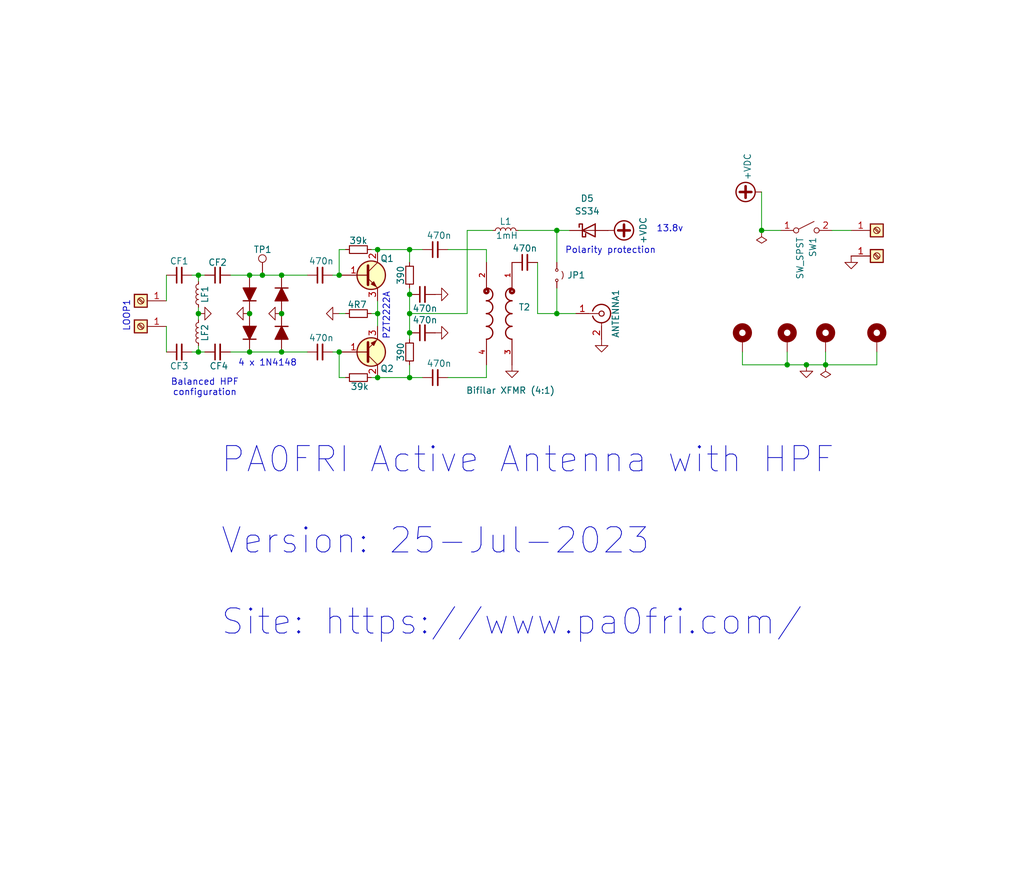
<source format=kicad_sch>
(kicad_sch (version 20241209) (generator "eeschema") (generator_version "9.0")
  (paper "User" 203.2 177.8)
  (title_block (title "PA0FRI Active Antenna with HPF (BCI mitigation)") (date "2024-12-23") (rev "Revision 1.10") (company "Author: Dhiru Kholia (VU3CER)"))
  (lib_symbols
    (symbol "Connector:Conn_Coaxial" (pin_names (offset 1.016) (hide yes))
      (property "Reference" "J" (at 0.254 3.048 0))
      (property "Value" "Conn_Coaxial" (at 2.921 0 90))
      (symbol "Conn_Coaxial_0_1"
        (polyline (pts (xy -2.54 0) (xy -0.508 0)))
        (arc (start 1.778 0) (mid 0.222 -1.8079) (end -1.778 -0.508) (stroke (width 0.254)))
        (arc (start -1.778 0.508) (mid 0.2221 1.8084) (end 1.778 0) (stroke (width 0.254)))
        (circle (center 0 0) (radius 0.508) (stroke (width 0.2032)))
        (polyline (pts (xy 0 -2.54) (xy 0 -1.778)))
      )
      (symbol "Conn_Coaxial_1_1"
        (pin passive line (at -5.08 0 0) (length 2.54) (name "In") (number "1"))
        (pin passive line (at 0 -5.08 90) (length 2.54) (name "Ext") (number "2"))
      )
    )
    (symbol "Connector:Screw_Terminal_01x01" (pin_names (offset 1.016) (hide yes))
      (property "Reference" "J" (at 0 2.54 0))
      (property "Value" "Screw_Terminal_01x01" (at 0 -2.54 0))
      (symbol "Screw_Terminal_01x01_1_1"
        (rectangle (start -1.27 1.27) (end 1.27 -1.27) (stroke (width 0.254)) (fill (type background)))
        (polyline (pts (xy -0.5334 0.3302) (xy 0.3302 -0.508)) (stroke (width 0.1524)))
        (polyline (pts (xy -0.3556 0.508) (xy 0.508 -0.3302)) (stroke (width 0.1524)))
        (circle (center 0 0) (radius 0.635) (stroke (width 0.1524)))
        (pin passive line (at -5.08 0 0) (length 3.81) (name "Pin_1") (number "1"))
      )
    )
    (symbol "Connector:TestPoint" (pin_numbers (hide yes)) (pin_names (offset 0.762) (hide yes))
      (property "Reference" "TP" (at 0 6.858 0))
      (property "Value" "TestPoint" (at 0 5.08 0))
      (symbol "TestPoint_0_1"
        (circle (center 0 3.302) (radius 0.762))
      )
      (symbol "TestPoint_1_1"
        (pin passive line (at 0 0 90) (length 2.54) (name "1") (number "1"))
      )
    )
    (symbol "Device:C_Small" (pin_numbers (hide yes)) (pin_names (offset 0.254) (hide yes))
      (property "Reference" "C" (at 0.254 1.778 0))
      (property "Value" "C_Small" (at 0.254 -2.032 0))
      (symbol "C_Small_0_1"
        (polyline (pts (xy -1.524 0.508) (xy 1.524 0.508)) (stroke (width 0.3048)))
        (polyline (pts (xy -1.524 -0.508) (xy 1.524 -0.508)) (stroke (width 0.3302)))
      )
      (symbol "C_Small_1_1"
        (pin passive line (at 0 2.54 270) (length 2.032) (name "~") (number "1"))
        (pin passive line (at 0 -2.54 90) (length 2.032) (name "~") (number "2"))
      )
    )
    (symbol "Device:L_Small" (pin_numbers (hide yes)) (pin_names (offset 0.254) (hide yes))
      (property "Reference" "L" (at 0.762 1.016 0))
      (property "Value" "L_Small" (at 0.762 -1.016 0))
      (symbol "L_Small_0_1"
        (arc (start 0 2.032) (mid 0.5058 1.524) (end 0 1.016))
        (arc (start 0 1.016) (mid 0.5058 0.508) (end 0 0))
        (arc (start 0 0) (mid 0.5058 -0.508) (end 0 -1.016))
        (arc (start 0 -1.016) (mid 0.5058 -1.524) (end 0 -2.032))
      )
      (symbol "L_Small_1_1"
        (pin passive line (at 0 2.54 270) (length 0.508) (name "~") (number "1"))
        (pin passive line (at 0 -2.54 90) (length 0.508) (name "~") (number "2"))
      )
    )
    (symbol "Device:R_Small" (pin_numbers (hide yes)) (pin_names (offset 0.254) (hide yes))
      (property "Reference" "R" (at 0.762 0.508 0))
      (property "Value" "R_Small" (at 0.762 -1.016 0))
      (symbol "R_Small_0_1"
        (rectangle (start -0.762 1.778) (end 0.762 -1.778) (stroke (width 0.2032)))
      )
      (symbol "R_Small_1_1"
        (pin passive line (at 0 2.54 270) (length 0.762) (name "~") (number "1"))
        (pin passive line (at 0 -2.54 90) (length 0.762) (name "~") (number "2"))
      )
    )
    (symbol "Diode:SS34" (pin_numbers (hide yes)) (pin_names (offset 1.016) (hide yes))
      (property "Reference" "D" (at 0 2.54 0))
      (property "Value" "SS34" (at 0 -2.54 0))
      (symbol "SS34_0_1"
        (polyline (pts (xy -1.905 0.635) (xy -1.905 1.27) (xy -1.27 1.27) (xy -1.27 -1.27) (xy -0.635 -1.27) (xy -0.635 -0.635)) (stroke (width 0.254)))
        (polyline (pts (xy 1.27 1.27) (xy 1.27 -1.27) (xy -1.27 0) (xy 1.27 1.27)) (stroke (width 0.254)))
        (polyline (pts (xy 1.27 0) (xy -1.27 0)))
      )
      (symbol "SS34_1_1"
        (pin passive line (at -3.81 0 0) (length 2.54) (name "K") (number "1"))
        (pin passive line (at 3.81 0 180) (length 2.54) (name "A") (number "2"))
      )
    )
    (symbol "Jumper:Jumper_2_Small_Open" (pin_numbers (hide yes)) (pin_names (offset 0) (hide yes)) (exclude_from_sim yes)
      (property "Reference" "JP" (at 0 2.794 0))
      (property "Value" "Jumper_2_Small_Open" (at 0 -2.286 0))
      (symbol "Jumper_2_Small_Open_0_0"
        (circle (center -1.016 0) (radius 0.254))
        (circle (center 1.016 0) (radius 0.254))
      )
      (symbol "Jumper_2_Small_Open_0_1"
        (arc (start -0.762 1.0196) (mid 0 1.2729) (end 0.762 1.0196))
      )
      (symbol "Jumper_2_Small_Open_1_1"
        (pin passive line (at -2.54 0 0) (length 1.27) (name "A") (number "1"))
        (pin passive line (at 2.54 0 180) (length 1.27) (name "B") (number "2"))
      )
    )
    (symbol "Mechanical:MountingHole_Pad" (pin_numbers (hide yes)) (pin_names (offset 1.016) (hide yes))
      (property "Reference" "H" (at 0 6.35 0))
      (property "Value" "MountingHole_Pad" (at 0 4.445 0))
      (symbol "MountingHole_Pad_0_1"
        (circle (center 0 1.27) (radius 1.27) (stroke (width 1.27)))
      )
      (symbol "MountingHole_Pad_1_1"
        (pin input line (at 0 -2.54 90) (length 2.54) (name "1") (number "1"))
      )
    )
    (symbol "PCM_Diode_AKL:1N4148" (pin_numbers (hide yes)) (pin_names (offset 1.016) (hide yes))
      (property "Reference" "D" (at 0 5.08 0))
      (property "Value" "1N4148" (at 0 2.54 0))
      (symbol "1N4148_0_1"
        (polyline (pts (xy -1.27 1.27) (xy -1.27 -1.27) (xy 1.27 0) (xy -1.27 1.27)) (stroke (width 0.254)) (fill (type outline)))
        (polyline (pts (xy -1.27 0) (xy 1.27 0)))
        (polyline (pts (xy 1.27 1.27) (xy 1.27 -1.27)) (stroke (width 0.254)))
      )
      (symbol "1N4148_0_2"
        (polyline (pts (xy -2.54 -2.54) (xy 2.54 2.54)))
        (polyline (pts (xy -0.889 -0.889) (xy -1.778 0) (xy 0.889 0.889) (xy 0 -1.778) (xy -0.889 -0.889)) (stroke (width 0.254)) (fill (type outline)))
        (polyline (pts (xy 0 1.778) (xy 1.778 0)) (stroke (width 0.254)))
      )
      (symbol "1N4148_1_1"
        (pin passive line (at -3.81 0 0) (length 2.54) (name "A") (number "2"))
        (pin passive line (at 3.81 0 180) (length 2.54) (name "K") (number "1"))
      )
      (symbol "1N4148_1_2"
        (pin passive line (at -2.54 -2.54 0) (length 0) (name "A") (number "2"))
        (pin passive line (at 2.54 2.54 180) (length 0) (name "K") (number "1"))
      )
    )
    (symbol "PCM_Transistor_BJT_AKL:PZT2222A" (pin_names (hide yes))
      (property "Reference" "Q" (at 5.08 1.27 0))
      (property "Value" "PZT2222A" (at 5.08 -1.27 0))
      (symbol "PZT2222A_0_1"
        (polyline (pts (xy 0.635 1.905) (xy 0.635 -1.905) (xy 0.635 -1.905)) (stroke (width 0.508)))
        (polyline (pts (xy 0.635 0.635) (xy 2.54 2.54)))
        (polyline (pts (xy 0.635 -0.635) (xy 2.54 -2.54) (xy 2.54 -2.54)))
        (circle (center 1.27 0) (radius 2.8194) (stroke (width 0.254)) (fill (type background)))
        (polyline (pts (xy 1.27 -1.778) (xy 1.778 -1.27) (xy 2.286 -2.286) (xy 1.27 -1.778) (xy 1.27 -1.778)) (fill (type outline)))
      )
      (symbol "PZT2222A_1_1"
        (pin input line (at -5.08 0 0) (length 5.715) (name "B") (number "1"))
        (pin passive line (at 2.54 5.08 270) (length 2.54) (name "C") (number "2"))
        (pin passive line (at 2.54 -5.08 90) (length 2.54) (name "E") (number "3"))
      )
    )
    (symbol "Switch:SW_SPST" (pin_names (offset 0) (hide yes))
      (property "Reference" "SW" (at 0 3.175 0))
      (property "Value" "SW_SPST" (at 0 -2.54 0))
      (symbol "SW_SPST_0_0"
        (circle (center -2.032 0) (radius 0.508))
        (polyline (pts (xy -1.524 0.254) (xy 1.524 1.778)))
        (circle (center 2.032 0) (radius 0.508))
      )
      (symbol "SW_SPST_1_1"
        (pin passive line (at -5.08 0 0) (length 2.54) (name "A") (number "1"))
        (pin passive line (at 5.08 0 180) (length 2.54) (name "B") (number "2"))
      )
    )
    (symbol "power:+VDC" (power) (pin_numbers (hide yes)) (pin_names (offset 0) (hide yes))
      (property "Value" "+VDC" (at 0 6.35 0))
      (symbol "+VDC_0_1"
        (polyline (pts (xy -1.143 3.175) (xy 1.143 3.175)) (stroke (width 0.508)))
        (circle (center 0 3.175) (radius 1.905) (stroke (width 0.254)))
        (polyline (pts (xy 0 2.032) (xy 0 4.318)) (stroke (width 0.508)))
        (polyline (pts (xy 0 0) (xy 0 1.27)))
      )
      (symbol "+VDC_1_1"
        (pin power_in line (at 0 0 90) (length 0) (name "~") (number "1"))
      )
    )
    (symbol "power:GND" (power) (pin_numbers (hide yes)) (pin_names (offset 0) (hide yes))
      (property "Value" "GND" (at 0 -3.81 0))
      (symbol "GND_0_1"
        (polyline (pts (xy 0 0) (xy 0 -1.27) (xy 1.27 -1.27) (xy 0 -2.54) (xy -1.27 -1.27) (xy 0 -1.27)))
      )
      (symbol "GND_1_1"
        (pin power_in line (at 0 0 270) (length 0) (name "~") (number "1"))
      )
    )
    (symbol "power:PWR_FLAG" (power) (pin_numbers (hide yes)) (pin_names (offset 0) (hide yes))
      (property "Value" "PWR_FLAG" (at 0 3.81 0))
      (symbol "PWR_FLAG_0_0"
        (pin power_out line (at 0 0 90) (length 0) (name "~") (number "1"))
      )
      (symbol "PWR_FLAG_0_1"
        (polyline (pts (xy 0 0) (xy 0 1.27) (xy -1.016 1.905) (xy 0 2.54) (xy 1.016 1.905) (xy 0 1.27)))
      )
    )
    (symbol "srf1260a-4r7y:SRF1260A-4R7Y" (pin_names (offset 1.016))
      (property "Reference" "L" (at -7.631 5.0873 0))
      (property "Value" "SRF1260A-4R7Y" (at -7.6349 -7.6349 0))
      (symbol "SRF1260A-4R7Y_0_0"
        (circle (center -4.445 2.54) (radius 0.127) (stroke (width 0.508)))
        (circle (center -4.445 -2.54) (radius 0.127) (stroke (width 0.508)))
        (arc (start -2.54 2.54) (mid -3.81 1.2755) (end -5.08 2.54) (stroke (width 0.254)))
        (arc (start -5.08 -2.54) (mid -3.81 -1.2755) (end -2.54 -2.54) (stroke (width 0.254)))
        (arc (start 0 2.54) (mid -1.27 1.2755) (end -2.54 2.54) (stroke (width 0.254)))
        (arc (start -2.54 -2.54) (mid -1.27 -1.2755) (end 0 -2.54) (stroke (width 0.254)))
        (arc (start 2.54 2.54) (mid 1.27 1.2755) (end 0 2.54) (stroke (width 0.254)))
        (arc (start 0 -2.54) (mid 1.27 -1.2755) (end 2.54 -2.54) (stroke (width 0.254)))
        (arc (start 5.08 2.54) (mid 3.81 1.2755) (end 2.54 2.54) (stroke (width 0.254)))
        (arc (start 2.54 -2.54) (mid 3.81 -1.2755) (end 5.08 -2.54) (stroke (width 0.254)))
        (pin passive line (at -10.16 2.54 0) (length 5.08) (name "~") (number "1"))
        (pin passive line (at -10.16 -2.54 0) (length 5.08) (name "~") (number "2"))
        (pin passive line (at 10.16 2.54 180) (length 5.08) (name "~") (number "3"))
        (pin passive line (at 10.16 -2.54 180) (length 5.08) (name "~") (number "4"))
      )
    )
  )
  (text "PZT2222A" (at 76.708 62.738 90) (effects (font (size 1.27 1.27))))
  (text "\n" (at 249.174 154.686 0) (effects (font (size 1.27 1.27))))
  (text "4 x 1N4148" (at 53.086 72.136 0) (effects (font (size 1.27 1.27))))
  (text "Balanced HPF\nconfiguration" (at 40.64 76.962 0) (effects (font (size 1.27 1.27))))
  (text "LOOP1" (at 25.146 62.738 90) (effects (font (size 1.27 1.27))))
  (text "PA0FRI Active Antenna with HPF\n\nVersion: 25-Jul-2023\n\nSite: https://www.pa0fri.com/" (at 43.688 126.492 0) (effects (font (size 5 5)) (justify left bottom)))
  (text "13.8v" (at 135.636 46.228 0) (effects (font (size 1.27 1.27)) (justify right bottom)))
  (text "Polarity protection" (at 121.158 49.784 0) (effects (font (size 1.27 1.27))))
  (junction (at 74.93 74.93))
  (junction (at 67.31 69.85))
  (junction (at 110.49 62.23))
  (junction (at 39.37 54.61))
  (junction (at 39.37 62.23))
  (junction (at 74.93 62.23))
  (junction (at 163.83 72.39))
  (junction (at 39.37 69.85))
  (junction (at 49.53 69.85))
  (junction (at 49.53 54.61))
  (junction (at 81.28 62.23))
  (junction (at 55.88 62.23))
  (junction (at 52.07 54.61))
  (junction (at 160.02 72.39))
  (junction (at 67.31 54.61))
  (junction (at 156.21 72.39))
  (junction (at 55.88 54.61))
  (junction (at 55.88 69.85))
  (junction (at 74.93 49.53))
  (junction (at 81.28 74.93))
  (junction (at 151.13 45.72))
  (junction (at 110.49 45.72))
  (junction (at 81.28 58.42))
  (junction (at 49.53 62.23))
  (junction (at 81.28 66.04))
  (junction (at 81.28 49.53))
  (wire (pts (xy 67.31 54.61) (xy 67.31 49.53)))
  (wire (pts (xy 92.71 45.72) (xy 97.79 45.72)))
  (wire (pts (xy 160.02 72.39) (xy 163.83 72.39)))
  (wire (pts (xy 45.72 54.61) (xy 49.53 54.61)))
  (wire (pts (xy 81.28 49.53) (xy 81.28 52.07)))
  (wire (pts (xy 92.71 62.23) (xy 92.71 45.72)))
  (wire (pts (xy 67.31 74.93) (xy 68.58 74.93)))
  (polyline (pts (xy 243.84 12.7) (xy 271.272 12.7)))
  (wire (pts (xy 88.9 49.53) (xy 96.52 49.53)))
  (wire (pts (xy 156.21 72.39) (xy 160.02 72.39)))
  (wire (pts (xy 110.49 62.23) (xy 114.3 62.23)))
  (wire (pts (xy 39.37 54.61) (xy 40.64 54.61)))
  (wire (pts (xy 151.13 45.72) (xy 151.13 38.1)))
  (wire (pts (xy 151.13 45.72) (xy 154.94 45.72)))
  (wire (pts (xy 73.66 62.23) (xy 74.93 62.23)))
  (polyline (pts (xy 271.272 12.7) (xy 259.334 12.7)))
  (wire (pts (xy 110.49 45.72) (xy 110.49 52.07)))
  (wire (pts (xy 81.28 57.15) (xy 81.28 58.42)))
  (wire (pts (xy 39.37 62.23) (xy 39.37 63.5)))
  (wire (pts (xy 106.68 62.23) (xy 110.49 62.23)))
  (wire (pts (xy 74.93 59.69) (xy 74.93 62.23)))
  (wire (pts (xy 110.49 57.15) (xy 110.49 62.23)))
  (wire (pts (xy 74.93 62.23) (xy 74.93 64.77)))
  (wire (pts (xy 163.83 72.39) (xy 173.99 72.39)))
  (wire (pts (xy 49.53 54.61) (xy 52.07 54.61)))
  (wire (pts (xy 74.93 49.53) (xy 81.28 49.53)))
  (wire (pts (xy 67.31 62.23) (xy 68.58 62.23)))
  (wire (pts (xy 96.52 49.53) (xy 96.52 52.07)))
  (wire (pts (xy 49.53 69.85) (xy 45.72 69.85)))
  (wire (pts (xy 73.66 74.93) (xy 74.93 74.93)))
  (wire (pts (xy 66.04 54.61) (xy 67.31 54.61)))
  (wire (pts (xy 49.53 69.85) (xy 55.88 69.85)))
  (wire (pts (xy 55.88 54.61) (xy 60.96 54.61)))
  (wire (pts (xy 106.68 52.07) (xy 106.68 62.23)))
  (wire (pts (xy 39.37 69.85) (xy 40.64 69.85)))
  (wire (pts (xy 173.99 72.39) (xy 173.99 69.85)))
  (wire (pts (xy 81.28 62.23) (xy 81.28 66.04)))
  (wire (pts (xy 110.49 45.72) (xy 113.03 45.72)))
  (wire (pts (xy 33.02 64.77) (xy 33.02 69.85)))
  (wire (pts (xy 67.31 49.53) (xy 68.58 49.53)))
  (wire (pts (xy 156.21 69.85) (xy 156.21 72.39)))
  (wire (pts (xy 38.1 69.85) (xy 39.37 69.85)))
  (wire (pts (xy 81.28 74.93) (xy 74.93 74.93)))
  (wire (pts (xy 81.28 62.23) (xy 92.71 62.23)))
  (wire (pts (xy 52.07 54.61) (xy 55.88 54.61)))
  (wire (pts (xy 67.31 69.85) (xy 67.31 74.93)))
  (wire (pts (xy 81.28 49.53) (xy 83.82 49.53)))
  (wire (pts (xy 147.32 72.39) (xy 147.32 69.85)))
  (wire (pts (xy 66.04 69.85) (xy 67.31 69.85)))
  (wire (pts (xy 33.02 54.61) (xy 33.02 59.69)))
  (wire (pts (xy 81.28 72.39) (xy 81.28 74.93)))
  (wire (pts (xy 55.88 69.85) (xy 60.96 69.85)))
  (wire (pts (xy 163.83 69.85) (xy 163.83 72.39)))
  (wire (pts (xy 102.87 45.72) (xy 110.49 45.72)))
  (wire (pts (xy 81.28 74.93) (xy 83.82 74.93)))
  (wire (pts (xy 39.37 68.58) (xy 39.37 69.85)))
  (wire (pts (xy 81.28 66.04) (xy 81.28 67.31)))
  (wire (pts (xy 39.37 60.96) (xy 39.37 62.23)))
  (wire (pts (xy 96.52 74.93) (xy 96.52 72.39)))
  (wire (pts (xy 147.32 72.39) (xy 156.21 72.39)))
  (wire (pts (xy 165.1 45.72) (xy 168.91 45.72)))
  (wire (pts (xy 73.66 49.53) (xy 74.93 49.53)))
  (wire (pts (xy 38.1 54.61) (xy 39.37 54.61)))
  (wire (pts (xy 81.28 58.42) (xy 81.28 62.23)))
  (wire (pts (xy 39.37 54.61) (xy 39.37 55.88)))
  (wire (pts (xy 88.9 74.93) (xy 96.52 74.93)))
  (symbol (lib_id "power:+VDC") (at 151.13 38.1 90) (mirror x) (unit 1)
    (property "Reference" "#PWR0110" (effects (hide yes)))
    (property "Value" "+VDC" (at 148.336 30.353 0) (effects (justify left)))
    (property "Description" "Power symbol creates a global label with name \"+VDC\"" (effects (hide yes)))
  )
  (symbol (lib_id "power:PWR_FLAG") (at 151.13 45.72 0) (mirror x) (unit 1)
    (property "Reference" "#FLG0103" (effects (hide yes)))
    (property "Value" "PWR_FLAG" (effects (hide yes)))
    (property "Description" "Special symbol for telling ERC where power comes from" (effects (hide yes)))
  )
  (symbol (lib_id "power:+VDC") (at 120.65 45.72 270) (unit 1)
    (property "Reference" "#PWR014" (effects (hide yes)))
    (property "Value" "+VDC" (at 127.635 45.72 0))
    (property "Description" "Power symbol creates a global label with name \"+VDC\"" (effects (hide yes)))
  )
  (symbol (lib_id "power:GND") (at 119.38 67.31 0) (unit 1)
    (property "Reference" "#PWR08" (effects (hide yes)))
    (property "Value" "GND" (effects (hide yes)))
    (property "Description" "Power symbol creates a global label with name \"GND\" , ground" (effects (hide yes)))
  )
  (symbol (lib_id "Device:C_Small") (at 43.18 54.61 90) (unit 1)
    (property "Reference" "CF2" (at 43.18 52.07 90))
    (property "Value" "750p" (effects (hide yes)))
    (property "Footprint" "Capacitor_SMD:C_0805_2012Metric_Pad1.18x1.45mm_HandSolder" (effects (hide yes)))
    (property "Description" "Unpolarized capacitor, small symbol" (effects (hide yes)))
  )
  (symbol (lib_id "Diode:SS34") (at 116.84 45.72 0) (unit 1)
    (property "Reference" "D5" (at 116.5225 39.37 0))
    (property "Value" "SS34" (at 116.5225 41.91 0))
    (property "Footprint" "Diode_SMD:D_SMA-SMB_Universal_Handsoldering" (effects (hide yes)))
    (property "Datasheet" "https://www.vishay.com/docs/88751/ss32.pdf" (effects (hide yes)))
    (property "Description" "40V 3A Schottky Diode, SMA" (effects (hide yes)))
  )
  (symbol (lib_id "Connector:Screw_Terminal_01x01") (at 27.94 59.69 180) (unit 1)
    (property "Reference" "J1" (effects (hide yes)))
    (property "Value" "Screw_Terminal_01x01" (effects (hide yes)))
    (property "Footprint" "TestPoint:TestPoint_THTPad_4.0x4.0mm_Drill2.0mm" (effects (hide yes)))
    (property "Description" "Generic screw terminal, single row, 01x01, script generated (kicad-library-utils/schlib/autogen/connector/)" (effects (hide yes)))
  )
  (symbol (lib_id "power:GND") (at 168.91 50.8 0) (mirror y) (unit 1)
    (property "Reference" "#PWR010" (effects (hide yes)))
    (property "Value" "GND" (effects (hide yes)))
    (property "Description" "Power symbol creates a global label with name \"GND\" , ground" (effects (hide yes)))
  )
  (symbol (lib_id "power:GND") (at 67.31 62.23 270) (unit 1)
    (property "Reference" "#PWR03" (effects (hide yes)))
    (property "Value" "GND" (effects (hide yes)))
    (property "Description" "Power symbol creates a global label with name \"GND\" , ground" (effects (hide yes)))
  )
  (symbol (lib_id "power:GND") (at 86.36 58.42 90) (unit 1)
    (property "Reference" "#PWR05" (effects (hide yes)))
    (property "Value" "GND" (effects (hide yes)))
    (property "Description" "Power symbol creates a global label with name \"GND\" , ground" (effects (hide yes)))
  )
  (symbol (lib_id "Device:C_Small") (at 83.82 58.42 90) (unit 1)
    (property "Reference" "C3" (effects (hide yes)))
    (property "Value" "470n" (at 84.328 61.214 90))
    (property "Footprint" "Capacitor_SMD:C_1206_3216Metric_Pad1.33x1.80mm_HandSolder" (effects (hide yes)))
    (property "Description" "Unpolarized capacitor, small symbol" (effects (hide yes)))
  )
  (symbol (lib_id "PCM_Diode_AKL:1N4148") (at 55.88 66.04 90) (unit 1)
    (property "Reference" "D3" (effects (hide yes)))
    (property "Value" "1N4148" (effects (hide yes)))
    (property "Footprint" "PCM_Diode_THT_AKL:D_DO-35_SOD27_P7.62mm_Horizontal" (effects (hide yes)))
    (property "Datasheet" "https://datasheet.octopart.com/1N4148TR-ON-Semiconductor-datasheet-42765246.pdf" (effects (hide yes)))
    (property "Description" "DO-35 Diode, Small Signal, Fast Switching, 75V, 150mA, 4ns, Alternate KiCad Library" (effects (hide yes)))
  )
  (symbol (lib_id "power:PWR_FLAG") (at 163.83 72.39 180) (unit 1)
    (property "Reference" "#FLG01" (effects (hide yes)))
    (property "Value" "PWR_FLAG" (effects (hide yes)))
    (property "Description" "Special symbol for telling ERC where power comes from" (effects (hide yes)))
  )
  (symbol (lib_id "power:GND") (at 86.36 66.04 90) (unit 1)
    (property "Reference" "#PWR06" (effects (hide yes)))
    (property "Value" "GND" (effects (hide yes)))
    (property "Description" "Power symbol creates a global label with name \"GND\" , ground" (effects (hide yes)))
  )
  (symbol (lib_id "Device:L_Small") (at 39.37 66.04 180) (unit 1)
    (property "Reference" "LF2" (at 40.64 66.04 90))
    (property "Value" "1.8u" (effects (hide yes)))
    (property "Footprint" "Inductor_SMD:L_0805_2012Metric_Pad1.15x1.40mm_HandSolder" (effects (hide yes)))
    (property "Description" "Inductor, small symbol" (effects (hide yes)))
  )
  (symbol (lib_id "PCM_Diode_AKL:1N4148") (at 55.88 58.42 90) (unit 1)
    (property "Reference" "D4" (effects (hide yes)))
    (property "Value" "1N4148" (effects (hide yes)))
    (property "Footprint" "PCM_Diode_THT_AKL:D_DO-35_SOD27_P7.62mm_Horizontal" (effects (hide yes)))
    (property "Datasheet" "https://datasheet.octopart.com/1N4148TR-ON-Semiconductor-datasheet-42765246.pdf" (effects (hide yes)))
    (property "Description" "DO-35 Diode, Small Signal, Fast Switching, 75V, 150mA, 4ns, Alternate KiCad Library" (effects (hide yes)))
  )
  (symbol (lib_id "Device:C_Small") (at 35.56 54.61 90) (unit 1)
    (property "Reference" "CF1" (at 35.56 51.816 90))
    (property "Value" "750p" (effects (hide yes)))
    (property "Footprint" "Capacitor_SMD:C_0805_2012Metric_Pad1.18x1.45mm_HandSolder" (effects (hide yes)))
    (property "Description" "Unpolarized capacitor, small symbol" (effects (hide yes)))
  )
  (symbol (lib_id "power:GND") (at 101.6 72.39 0) (unit 1)
    (property "Reference" "#PWR07" (effects (hide yes)))
    (property "Value" "GND" (effects (hide yes)))
    (property "Description" "Power symbol creates a global label with name \"GND\" , ground" (effects (hide yes)))
  )
  (symbol (lib_id "Jumper:Jumper_2_Small_Open") (at 110.49 54.61 270) (unit 1)
    (property "Reference" "JP1" (at 112.522 54.61 90) (effects (justify left)))
    (property "Value" "Jumper_2_Small_Open" (effects (hide yes)))
    (property "Footprint" "Jumper:SolderJumper-2_P1.3mm_Open_RoundedPad1.0x1.5mm" (effects (hide yes)))
    (property "Description" "Jumper, 2-pole, small symbol, open" (effects (hide yes)))
  )
  (symbol (lib_id "Device:C_Small") (at 83.82 66.04 90) (unit 1)
    (property "Reference" "C4" (effects (hide yes)))
    (property "Value" "470n" (at 84.328 63.5 90))
    (property "Footprint" "Capacitor_SMD:C_1206_3216Metric_Pad1.33x1.80mm_HandSolder" (effects (hide yes)))
    (property "Description" "Unpolarized capacitor, small symbol" (effects (hide yes)))
  )
  (symbol (lib_id "Connector:Screw_Terminal_01x01") (at 27.94 64.77 180) (unit 1)
    (property "Reference" "J2" (effects (hide yes)))
    (property "Value" "Screw_Terminal_01x01" (effects (hide yes)))
    (property "Footprint" "TestPoint:TestPoint_THTPad_4.0x4.0mm_Drill2.0mm" (effects (hide yes)))
    (property "Description" "Generic screw terminal, single row, 01x01, script generated (kicad-library-utils/schlib/autogen/connector/)" (effects (hide yes)))
  )
  (symbol (lib_id "Connector:Conn_Coaxial") (at 119.38 62.23 0) (unit 1)
    (property "Reference" "ANTENNA1" (at 122.174 62.23 90))
    (property "Value" "SMA" (effects (hide yes)))
    (property "Footprint" "Connector_Coaxial:SMA_Samtec_SMA-J-P-H-ST-EM1_EdgeMount" (effects (hide yes)))
    (property "Description" "coaxial connector (BNC, SMA, SMB, SMC, Cinch/RCA, LEMO, ...)" (effects (hide yes)))
    (property "Source" "LCSC / https://www.ktron.in/" (effects (hide yes)))
  )
  (symbol (lib_id "Device:R_Small") (at 81.28 54.61 180) (unit 1)
    (property "Reference" "R4" (effects (hide yes)))
    (property "Value" "390" (at 79.502 54.61 90))
    (property "Footprint" "Resistor_SMD:R_2512_6332Metric" (effects (hide yes)))
    (property "Description" "Resistor, small symbol" (effects (hide yes)))
  )
  (symbol (lib_id "PCM_Transistor_BJT_AKL:PZT2222A") (at 72.39 69.85 0) (mirror x) (unit 1)
    (property "Reference" "Q2" (at 75.438 73.152 0) (effects (justify left)))
    (property "Value" "PZT2222A" (effects (hide yes)))
    (property "Footprint" "PCM_Package_TO_SOT_SMD_AKL:SOT-223-3_TabPin2" (effects (hide yes)))
    (property "Datasheet" "https://www.tme.eu/Document/8cf0701d57e2839da7a4ad1ce8245d70/PZT2222A.pdf" (effects (hide yes)))
    (property "Description" "NPN SOT-223 transistor, 40V, 600mA, 1.15W, Alternate KiCAD Library" (effects (hide yes)))
  )
  (symbol (lib_id "Mechanical:MountingHole_Pad") (at 147.32 67.31 0) (unit 1)
    (property "Reference" "H1" (effects (hide yes)))
    (property "Value" "MountingHole_Pad" (effects (hide yes)))
    (property "Footprint" "MountingHole:MountingHole_3.2mm_M3_Pad_Via" (effects (hide yes)))
    (property "Source" "NA" (effects (hide yes)))
  )
  (symbol (lib_id "Device:R_Small") (at 81.28 69.85 180) (unit 1)
    (property "Reference" "R5" (effects (hide yes)))
    (property "Value" "390" (at 79.502 69.85 90))
    (property "Footprint" "Resistor_SMD:R_2512_6332Metric" (effects (hide yes)))
    (property "Description" "Resistor, small symbol" (effects (hide yes)))
  )
  (symbol (lib_id "Device:L_Small") (at 39.37 58.42 180) (unit 1)
    (property "Reference" "LF1" (at 40.64 58.42 90))
    (property "Value" "1.8u" (effects (hide yes)))
    (property "Footprint" "Inductor_SMD:L_0805_2012Metric_Pad1.15x1.40mm_HandSolder" (effects (hide yes)))
    (property "Description" "Inductor, small symbol" (effects (hide yes)))
  )
  (symbol (lib_id "srf1260a-4r7y:SRF1260A-4R7Y") (at 99.06 62.23 270) (unit 1)
    (property "Reference" "T2" (at 102.87 60.96 90) (effects (justify left)))
    (property "Value" "Bifilar XFMR (4:1)" (at 92.456 77.47 90) (effects (justify left)))
    (property "Footprint" "footprints:IND_SRF1260A-4R7Y-Longer-Pads" (effects (hide yes)))
    (property "Datasheet" "https://www.digikey.com/en/products/detail/bourns-inc/SRF1260A-4R7Y/4340156" (effects (hide yes)))
    (property "Description" "Shielded 2 Coil Inductor Array 27.2µH Inductance - Connected in Series 6.8µH Inductance - Connected in Parallel 18.6mOhm Max DC Resistance (DCR) - Parallel 6.64A Nonstandard" (effects (hide yes)))
    (property "Source" "Mouser / DigiKey / Farnell" (effects (hide yes)))
    (property "MF" "Bourns" (effects (hide yes)))
    (property "MOUSER-PURCHASE-URL" "https://snapeda.com/shop?store=Mouser&id=1533338" (effects (hide yes)))
    (property "DESCRIPTION" "Shielded 2 Coil Inductor Array 27.2µH Inductance - Connected in Series 6.8µH Inductance - Connected in Parallel 18.6mOhm Max DC Resistance (DCR) - Parallel 6.64A Nonstandard" (effects (hide yes)))
    (property "PACKAGE" "Nonstandard Bourns" (effects (hide yes)))
    (property "PRICE" "None" (effects (hide yes)))
    (property "MP" "SRF1260A-6R8Y" (effects (hide yes)))
    (property "AVAILABILITY" "Warning" (effects (hide yes)))
  )
  (symbol (lib_id "Device:R_Small") (at 71.12 74.93 90) (unit 1)
    (property "Reference" "R3" (effects (hide yes)))
    (property "Value" "39k" (at 71.374 76.708 90))
    (property "Footprint" "Resistor_SMD:R_2512_6332Metric" (effects (hide yes)))
    (property "Description" "Resistor, small symbol" (effects (hide yes)))
  )
  (symbol (lib_id "power:GND") (at 39.37 62.23 90) (unit 1)
    (property "Reference" "#PWR04" (effects (hide yes)))
    (property "Value" "GND" (effects (hide yes)))
    (property "Description" "Power symbol creates a global label with name \"GND\" , ground" (effects (hide yes)))
  )
  (symbol (lib_id "Connector:Screw_Terminal_01x01") (at 173.99 45.72 0) (unit 1)
    (property "Reference" "J4" (effects (hide yes)))
    (property "Value" "Screw_Terminal_01x01" (effects (hide yes)))
    (property "Footprint" "TestPoint:TestPoint_THTPad_4.0x4.0mm_Drill2.0mm" (effects (hide yes)))
    (property "Description" "Generic screw terminal, single row, 01x01, script generated (kicad-library-utils/schlib/autogen/connector/)" (effects (hide yes)))
  )
  (symbol (lib_id "Connector:TestPoint") (at 52.07 54.61 0) (unit 1)
    (property "Reference" "TP1" (at 50.292 49.53 0) (effects (justify left)))
    (property "Value" "TestPoint" (effects (hide yes)))
    (property "Footprint" "TestPoint:TestPoint_THTPad_4.0x4.0mm_Drill2.0mm" (effects (hide yes)))
    (property "Description" "test point" (effects (hide yes)))
  )
  (symbol (lib_id "PCM_Transistor_BJT_AKL:PZT2222A") (at 72.39 54.61 0) (unit 1)
    (property "Reference" "Q1" (at 75.438 51.308 0) (effects (justify left)))
    (property "Value" "PZT2222A" (effects (hide yes)))
    (property "Footprint" "PCM_Package_TO_SOT_SMD_AKL:SOT-223-3_TabPin2" (effects (hide yes)))
    (property "Datasheet" "https://www.tme.eu/Document/8cf0701d57e2839da7a4ad1ce8245d70/PZT2222A.pdf" (effects (hide yes)))
    (property "Description" "NPN SOT-223 transistor, 40V, 600mA, 1.15W, Alternate KiCAD Library" (effects (hide yes)))
  )
  (symbol (lib_id "Device:R_Small") (at 71.12 62.23 90) (unit 1)
    (property "Reference" "R1" (effects (hide yes)))
    (property "Value" "4R7" (at 70.866 60.452 90))
    (property "Footprint" "Resistor_SMD:R_1206_3216Metric_Pad1.30x1.75mm_HandSolder" (effects (hide yes)))
    (property "Description" "Resistor, small symbol" (effects (hide yes)))
  )
  (symbol (lib_id "Device:C_Small") (at 63.5 54.61 90) (unit 1)
    (property "Reference" "C1" (effects (hide yes)))
    (property "Value" "470n" (at 63.754 51.816 90))
    (property "Footprint" "Capacitor_SMD:C_1206_3216Metric_Pad1.33x1.80mm_HandSolder" (effects (hide yes)))
    (property "Description" "Unpolarized capacitor, small symbol" (effects (hide yes)))
  )
  (symbol (lib_id "Device:C_Small") (at 43.18 69.85 90) (unit 1)
    (property "Reference" "CF4" (at 43.434 72.644 90))
    (property "Value" "750p" (effects (hide yes)))
    (property "Footprint" "Capacitor_SMD:C_0805_2012Metric_Pad1.18x1.45mm_HandSolder" (effects (hide yes)))
    (property "Description" "Unpolarized capacitor, small symbol" (effects (hide yes)))
  )
  (symbol (lib_id "PCM_Diode_AKL:1N4148") (at 49.53 66.04 270) (unit 1)
    (property "Reference" "D2" (effects (hide yes)))
    (property "Value" "1N4148" (effects (hide yes)))
    (property "Footprint" "PCM_Diode_THT_AKL:D_DO-35_SOD27_P7.62mm_Horizontal" (effects (hide yes)))
    (property "Datasheet" "https://datasheet.octopart.com/1N4148TR-ON-Semiconductor-datasheet-42765246.pdf" (effects (hide yes)))
    (property "Description" "DO-35 Diode, Small Signal, Fast Switching, 75V, 150mA, 4ns, Alternate KiCad Library" (effects (hide yes)))
  )
  (symbol (lib_id "Mechanical:MountingHole_Pad") (at 156.21 67.31 0) (unit 1)
    (property "Reference" "H2" (effects (hide yes)))
    (property "Value" "MountingHole_Pad" (effects (hide yes)))
    (property "Footprint" "MountingHole:MountingHole_3.2mm_M3_Pad_Via" (effects (hide yes)))
    (property "Source" "NA" (effects (hide yes)))
  )
  (symbol (lib_id "Connector:Screw_Terminal_01x01") (at 173.99 50.8 0) (unit 1)
    (property "Reference" "J3" (effects (hide yes)))
    (property "Value" "Screw_Terminal_01x01" (effects (hide yes)))
    (property "Footprint" "TestPoint:TestPoint_THTPad_4.0x4.0mm_Drill2.0mm" (effects (hide yes)))
    (property "Description" "Generic screw terminal, single row, 01x01, script generated (kicad-library-utils/schlib/autogen/connector/)" (effects (hide yes)))
  )
  (symbol (lib_id "Device:C_Small") (at 86.36 49.53 90) (unit 1)
    (property "Reference" "C5" (effects (hide yes)))
    (property "Value" "470n" (at 87.122 46.736 90))
    (property "Footprint" "Capacitor_SMD:C_1206_3216Metric_Pad1.33x1.80mm_HandSolder" (effects (hide yes)))
    (property "Description" "Unpolarized capacitor, small symbol" (effects (hide yes)))
  )
  (symbol (lib_id "Mechanical:MountingHole_Pad") (at 173.99 67.31 0) (mirror y) (unit 1)
    (property "Reference" "H4" (effects (hide yes)))
    (property "Value" "MountingHole_Pad" (effects (hide yes)))
    (property "Footprint" "MountingHole:MountingHole_3.2mm_M3_Pad_Via" (effects (hide yes)))
    (property "Source" "NA" (effects (hide yes)))
  )
  (symbol (lib_id "power:GND") (at 49.53 62.23 270) (unit 1)
    (property "Reference" "#PWR09" (effects (hide yes)))
    (property "Value" "GND" (effects (hide yes)))
    (property "Description" "Power symbol creates a global label with name \"GND\" , ground" (effects (hide yes)))
  )
  (symbol (lib_id "Device:R_Small") (at 71.12 49.53 90) (unit 1)
    (property "Reference" "R2" (effects (hide yes)))
    (property "Value" "39k" (at 71.12 47.752 90))
    (property "Footprint" "Resistor_SMD:R_2512_6332Metric" (effects (hide yes)))
    (property "Description" "Resistor, small symbol" (effects (hide yes)))
  )
  (symbol (lib_id "Switch:SW_SPST") (at 160.02 45.72 0) (unit 1)
    (property "Reference" "SW1" (at 161.2901 46.99 90) (effects (justify right)))
    (property "Value" "SW_SPST" (at 158.7501 46.99 90) (effects (justify right)))
    (property "Footprint" "Connector_PinSocket_2.54mm:PinSocket_1x02_P2.54mm_Vertical" (effects (hide yes)))
    (property "Description" "Single Pole Single Throw (SPST) switch" (effects (hide yes)))
  )
  (symbol (lib_id "Device:C_Small") (at 86.36 74.93 90) (unit 1)
    (property "Reference" "C6" (effects (hide yes)))
    (property "Value" "470n" (at 87.122 72.136 90))
    (property "Footprint" "Capacitor_SMD:C_1206_3216Metric_Pad1.33x1.80mm_HandSolder" (effects (hide yes)))
    (property "Description" "Unpolarized capacitor, small symbol" (effects (hide yes)))
  )
  (symbol (lib_id "Device:L_Small") (at 100.33 45.72 90) (unit 1)
    (property "Reference" "L1" (at 100.33 43.942 90))
    (property "Value" "1mH" (at 100.584 46.736 90))
    (property "Footprint" "PCM_Inductor_SMD_Handsoldering_AKL:L_Bourns-SRU8028_8.0x8.0mm" (effects (hide yes)))
    (property "Description" "Inductor, small symbol" (effects (hide yes)))
  )
  (symbol (lib_id "Device:C_Small") (at 63.5 69.85 90) (unit 1)
    (property "Reference" "C2" (effects (hide yes)))
    (property "Value" "470n" (at 63.754 67.056 90))
    (property "Footprint" "Capacitor_SMD:C_1206_3216Metric_Pad1.33x1.80mm_HandSolder" (effects (hide yes)))
    (property "Description" "Unpolarized capacitor, small symbol" (effects (hide yes)))
  )
  (symbol (lib_id "power:GND") (at 55.88 62.23 270) (unit 1)
    (property "Reference" "#PWR02" (effects (hide yes)))
    (property "Value" "GND" (effects (hide yes)))
    (property "Description" "Power symbol creates a global label with name \"GND\" , ground" (effects (hide yes)))
  )
  (symbol (lib_id "power:GND") (at 160.02 72.39 0) (unit 1)
    (property "Reference" "#PWR01" (effects (hide yes)))
    (property "Value" "GND" (effects (hide yes)))
    (property "Description" "Power symbol creates a global label with name \"GND\" , ground" (effects (hide yes)))
  )
  (symbol (lib_id "PCM_Diode_AKL:1N4148") (at 49.53 58.42 270) (unit 1)
    (property "Reference" "D1" (effects (hide yes)))
    (property "Value" "1N4148" (effects (hide yes)))
    (property "Footprint" "PCM_Diode_THT_AKL:D_DO-35_SOD27_P7.62mm_Horizontal" (effects (hide yes)))
    (property "Datasheet" "https://datasheet.octopart.com/1N4148TR-ON-Semiconductor-datasheet-42765246.pdf" (effects (hide yes)))
    (property "Description" "DO-35 Diode, Small Signal, Fast Switching, 75V, 150mA, 4ns, Alternate KiCad Library" (effects (hide yes)))
  )
  (symbol (lib_id "Device:C_Small") (at 35.56 69.85 90) (unit 1)
    (property "Reference" "CF3" (at 35.56 72.644 90))
    (property "Value" "750p" (effects (hide yes)))
    (property "Footprint" "Capacitor_SMD:C_0805_2012Metric_Pad1.18x1.45mm_HandSolder" (effects (hide yes)))
    (property "Description" "Unpolarized capacitor, small symbol" (effects (hide yes)))
  )
  (symbol (lib_id "Mechanical:MountingHole_Pad") (at 163.83 67.31 0) (unit 1)
    (property "Reference" "H3" (effects (hide yes)))
    (property "Value" "MountingHole_Pad" (effects (hide yes)))
    (property "Footprint" "MountingHole:MountingHole_3.2mm_M3_Pad_Via" (effects (hide yes)))
    (property "Source" "NA" (effects (hide yes)))
  )
  (symbol (lib_id "Device:C_Small") (at 104.14 52.07 90) (unit 1)
    (property "Reference" "C7" (effects (hide yes)))
    (property "Value" "470n" (at 104.14 49.276 90))
    (property "Footprint" "Capacitor_SMD:C_1206_3216Metric_Pad1.33x1.80mm_HandSolder" (effects (hide yes)))
    (property "Description" "Unpolarized capacitor, small symbol" (effects (hide yes)))
  )
)
</source>
